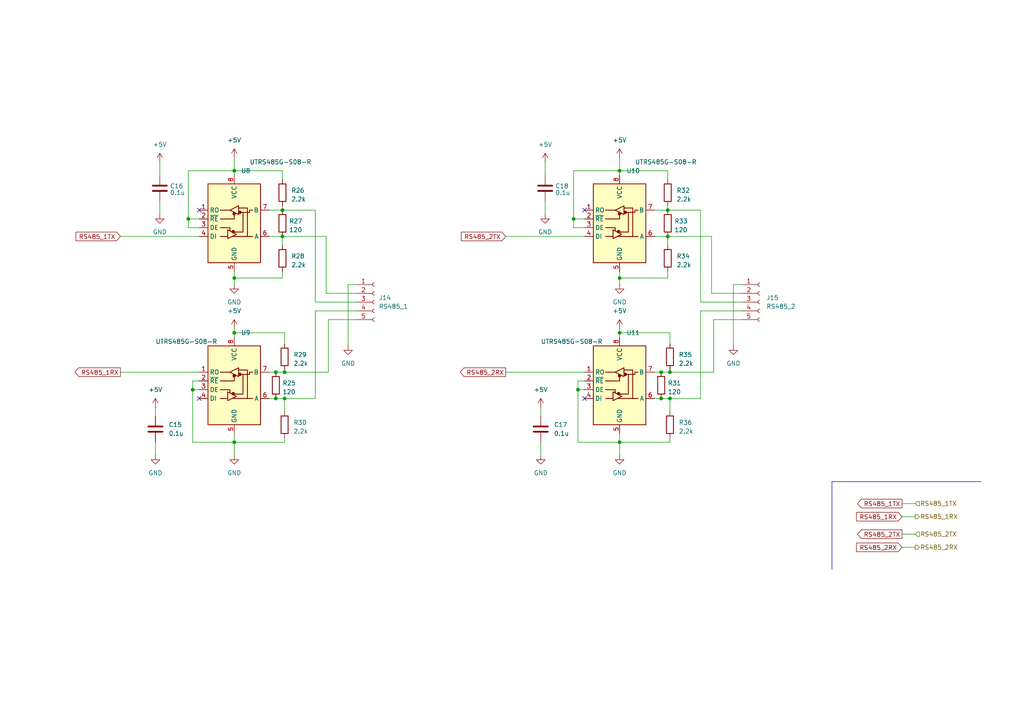
<source format=kicad_sch>
(kicad_sch (version 20250114) (generator "eeschema") (generator_version "9.0")
  (paper "A4")
  (lib_symbols
    (symbol "Connector:Conn_01x05_Socket" (pin_names (offset 1.016) (hide yes))
      (property "Reference" "J" (at 0 7.62 0))
      (property "Value" "Conn_01x05_Socket" (at 0 -7.62 0))
      (symbol "Conn_01x05_Socket_1_1"
        (polyline (pts (xy -1.27 5.08) (xy -0.508 5.08)) (stroke (width 0.1524)))
        (polyline (pts (xy -1.27 2.54) (xy -0.508 2.54)) (stroke (width 0.1524)))
        (polyline (pts (xy -1.27 0) (xy -0.508 0)) (stroke (width 0.1524)))
        (polyline (pts (xy -1.27 -2.54) (xy -0.508 -2.54)) (stroke (width 0.1524)))
        (polyline (pts (xy -1.27 -5.08) (xy -0.508 -5.08)) (stroke (width 0.1524)))
        (arc (start 0 4.572) (mid -0.5058 5.08) (end 0 5.588) (stroke (width 0.1524)))
        (arc (start 0 2.032) (mid -0.5058 2.54) (end 0 3.048) (stroke (width 0.1524)))
        (arc (start 0 -0.508) (mid -0.5058 0) (end 0 0.508) (stroke (width 0.1524)))
        (arc (start 0 -3.048) (mid -0.5058 -2.54) (end 0 -2.032) (stroke (width 0.1524)))
        (arc (start 0 -5.588) (mid -0.5058 -5.08) (end 0 -4.572) (stroke (width 0.1524)))
        (pin passive line (at -5.08 5.08 0) (length 3.81) (name "Pin_1") (number "1"))
        (pin passive line (at -5.08 2.54 0) (length 3.81) (name "Pin_2") (number "2"))
        (pin passive line (at -5.08 0 0) (length 3.81) (name "Pin_3") (number "3"))
        (pin passive line (at -5.08 -2.54 0) (length 3.81) (name "Pin_4") (number "4"))
        (pin passive line (at -5.08 -5.08 0) (length 3.81) (name "Pin_5") (number "5"))
      )
    )
    (symbol "Device:C" (pin_numbers (hide yes)) (pin_names (offset 0.254))
      (property "Reference" "C" (at 0.635 2.54 0))
      (property "Value" "C" (at 0.635 -2.54 0))
      (symbol "C_0_1"
        (polyline (pts (xy -2.032 0.762) (xy 2.032 0.762)) (stroke (width 0.508)))
        (polyline (pts (xy -2.032 -0.762) (xy 2.032 -0.762)) (stroke (width 0.508)))
      )
      (symbol "C_1_1"
        (pin passive line (at 0 3.81 270) (length 2.794) (name "~") (number "1"))
        (pin passive line (at 0 -3.81 90) (length 2.794) (name "~") (number "2"))
      )
    )
    (symbol "Device:R" (pin_numbers (hide yes)) (pin_names (offset 0))
      (property "Reference" "R" (at 2.032 0 90))
      (property "Value" "R" (at 0 0 90))
      (symbol "R_0_1"
        (rectangle (start -1.016 -2.54) (end 1.016 2.54) (stroke (width 0.254)))
      )
      (symbol "R_1_1"
        (pin passive line (at 0 3.81 270) (length 1.27) (name "~") (number "1"))
        (pin passive line (at 0 -3.81 90) (length 1.27) (name "~") (number "2"))
      )
    )
    (symbol "Interface_UART:MAX3485"
      (property "Reference" "U" (at -6.096 11.43 0))
      (property "Value" "MAX3485" (at 0.762 11.43 0))
      (symbol "MAX3485_0_1"
        (rectangle (start -7.62 10.16) (end 7.62 -12.7) (stroke (width 0.254)) (fill (type background)))
        (polyline (pts (xy -4.064 2.54) (xy -1.27 2.54)) (stroke (width 0.254)))
        (polyline (pts (xy -4.064 -2.54) (xy -1.27 -2.54) (xy -1.27 -3.175)) (stroke (width 0.254)))
        (polyline (pts (xy -4.064 -5.08) (xy -1.905 -5.08)) (stroke (width 0.254)))
        (polyline (pts (xy -1.905 -3.175) (xy -1.905 -5.715) (xy 0.635 -4.445) (xy -1.905 -3.175)) (stroke (width 0.254)))
        (polyline (pts (xy -1.27 2.54) (xy 1.27 3.81) (xy 1.27 1.27) (xy -1.27 2.54)) (stroke (width 0.254)))
        (polyline (pts (xy -1.27 -3.2004) (xy -1.27 -3.4544)) (stroke (width 0.254)))
        (polyline (pts (xy -0.635 -5.08) (xy 5.334 -5.08)) (stroke (width 0.254)))
        (circle (center -0.3048 -3.683) (radius 0.3556) (stroke (width 0.254)) (fill (type outline)))
        (circle (center -0.0254 1.4986) (radius 0.3556) (stroke (width 0.254)) (fill (type outline)))
        (polyline (pts (xy 0 1.27) (xy 0 0) (xy -4.064 0)) (stroke (width 0.254)))
        (polyline (pts (xy 1.27 3.175) (xy 3.81 3.175) (xy 3.81 -5.08)) (stroke (width 0.254)))
        (rectangle (start 1.27 3.175) (end 1.27 3.175))
        (circle (center 1.651 1.905) (radius 0.3556) (stroke (width 0.254)) (fill (type outline)))
        (polyline (pts (xy 1.905 1.905) (xy 4.445 1.905) (xy 4.445 2.54) (xy 5.334 2.54)) (stroke (width 0.254)))
        (polyline (pts (xy 2.54 1.905) (xy 2.54 -3.81) (xy 0 -3.81)) (stroke (width 0.254)))
      )
      (symbol "MAX3485_1_1"
        (pin output line (at -10.16 2.54 0) (length 2.54) (name "RO") (number "1"))
        (pin input line (at -10.16 0 0) (length 2.54) (name "~{RE}") (number "2"))
        (pin input line (at -10.16 -2.54 0) (length 2.54) (name "DE") (number "3"))
        (pin input line (at -10.16 -5.08 0) (length 2.54) (name "DI") (number "4"))
        (pin power_in line (at 0 12.7 270) (length 2.54) (name "VCC") (number "8"))
        (pin power_in line (at 0 -15.24 90) (length 2.54) (name "GND") (number "5"))
        (pin bidirectional line (at 10.16 2.54 180) (length 2.54) (name "B") (number "7"))
        (pin bidirectional line (at 10.16 -5.08 180) (length 2.54) (name "A") (number "6"))
      )
    )
    (symbol "power:+5V" (power) (pin_numbers (hide yes)) (pin_names (offset 0) (hide yes))
      (property "Value" "+5V" (at 0 3.556 0))
      (symbol "+5V_0_1"
        (polyline (pts (xy -0.762 1.27) (xy 0 2.54)))
        (polyline (pts (xy 0 2.54) (xy 0.762 1.27)))
        (polyline (pts (xy 0 0) (xy 0 2.54)))
      )
      (symbol "+5V_1_1"
        (pin power_in line (at 0 0 90) (length 0) (name "~") (number "1"))
      )
    )
    (symbol "power:GND" (power) (pin_numbers (hide yes)) (pin_names (offset 0) (hide yes))
      (property "Value" "GND" (at 0 -3.81 0))
      (symbol "GND_0_1"
        (polyline (pts (xy 0 0) (xy 0 -1.27) (xy 1.27 -1.27) (xy 0 -2.54) (xy -1.27 -1.27) (xy 0 -1.27)))
      )
      (symbol "GND_1_1"
        (pin power_in line (at 0 0 270) (length 0) (name "~") (number "1"))
      )
    )
  )
  (junction (at 81.915 60.96))
  (junction (at 179.705 49.53))
  (junction (at 55.88 113.03))
  (junction (at 191.77 107.95))
  (junction (at 167.64 113.03))
  (junction (at 191.77 115.57))
  (junction (at 80.01 107.95))
  (junction (at 193.675 68.58))
  (junction (at 193.675 60.96))
  (junction (at 82.55 107.95))
  (junction (at 80.01 115.57))
  (junction (at 179.705 128.27))
  (junction (at 179.705 96.52))
  (junction (at 179.705 80.645))
  (junction (at 67.945 128.27))
  (junction (at 67.945 80.645))
  (junction (at 67.945 49.53))
  (junction (at 54.61 63.5))
  (junction (at 81.915 68.58))
  (junction (at 194.31 107.95))
  (junction (at 166.37 63.5))
  (junction (at 82.55 115.57))
  (junction (at 67.945 96.52))
  (junction (at 194.31 115.57))
  (no_connect (at 169.545 115.57))
  (no_connect (at 57.785 115.57))
  (no_connect (at 57.785 60.96))
  (no_connect (at 169.545 60.96))
  (wire (pts (xy 78.105 115.57) (xy 80.01 115.57)))
  (wire (pts (xy 67.945 128.27) (xy 82.55 128.27)))
  (wire (pts (xy 193.675 78.74) (xy 193.675 80.645)))
  (wire (pts (xy 78.105 68.58) (xy 81.915 68.58)))
  (wire (pts (xy 179.705 45.72) (xy 179.705 49.53)))
  (wire (pts (xy 46.355 46.99) (xy 46.355 50.8)))
  (wire (pts (xy 206.375 85.09) (xy 215.265 85.09)))
  (wire (pts (xy 67.945 125.73) (xy 67.945 128.27)))
  (wire (pts (xy 191.77 107.95) (xy 194.31 107.95)))
  (wire (pts (xy 166.37 63.5) (xy 169.545 63.5)))
  (wire (pts (xy 95.25 92.71) (xy 103.505 92.71)))
  (wire (pts (xy 54.61 66.04) (xy 57.785 66.04)))
  (wire (pts (xy 189.865 68.58) (xy 193.675 68.58)))
  (wire (pts (xy 261.62 158.75) (xy 265.43 158.75)))
  (wire (pts (xy 166.37 66.04) (xy 169.545 66.04)))
  (wire (pts (xy 94.615 85.09) (xy 103.505 85.09)))
  (wire (pts (xy 261.62 146.05) (xy 265.43 146.05)))
  (wire (pts (xy 54.61 63.5) (xy 57.785 63.5)))
  (wire (pts (xy 91.44 87.63) (xy 103.505 87.63)))
  (wire (pts (xy 82.55 115.57) (xy 82.55 119.38)))
  (wire (pts (xy 94.615 68.58) (xy 94.615 85.09)))
  (polyline (pts (xy 284.48 139.7) (xy 241.3 139.7)))
  (wire (pts (xy 100.965 100.33) (xy 100.965 82.55)))
  (wire (pts (xy 169.545 113.03) (xy 167.64 113.03)))
  (wire (pts (xy 57.785 110.49) (xy 55.88 110.49)))
  (wire (pts (xy 82.55 107.315) (xy 82.55 107.95)))
  (wire (pts (xy 67.945 80.645) (xy 81.915 80.645)))
  (wire (pts (xy 78.105 60.96) (xy 81.915 60.96)))
  (wire (pts (xy 45.085 118.11) (xy 45.085 120.65)))
  (wire (pts (xy 67.945 45.72) (xy 67.945 49.53)))
  (wire (pts (xy 189.865 60.96) (xy 193.675 60.96)))
  (wire (pts (xy 206.375 68.58) (xy 206.375 85.09)))
  (wire (pts (xy 67.945 96.52) (xy 67.945 97.79)))
  (wire (pts (xy 179.705 49.53) (xy 179.705 50.8)))
  (wire (pts (xy 179.705 49.53) (xy 193.675 49.53)))
  (wire (pts (xy 193.675 68.58) (xy 206.375 68.58)))
  (wire (pts (xy 67.945 82.55) (xy 67.945 80.645)))
  (wire (pts (xy 81.915 68.58) (xy 94.615 68.58)))
  (wire (pts (xy 34.925 68.58) (xy 57.785 68.58)))
  (wire (pts (xy 212.725 82.55) (xy 215.265 82.55)))
  (wire (pts (xy 54.61 63.5) (xy 54.61 66.04)))
  (wire (pts (xy 179.705 128.27) (xy 194.31 128.27)))
  (wire (pts (xy 67.945 78.74) (xy 67.945 80.645)))
  (wire (pts (xy 82.55 115.57) (xy 91.44 115.57)))
  (wire (pts (xy 80.01 107.95) (xy 82.55 107.95)))
  (wire (pts (xy 194.31 96.52) (xy 194.31 99.695)))
  (wire (pts (xy 78.105 107.95) (xy 80.01 107.95)))
  (wire (pts (xy 156.845 128.27) (xy 156.845 132.08)))
  (wire (pts (xy 54.61 49.53) (xy 67.945 49.53)))
  (wire (pts (xy 95.25 92.71) (xy 95.25 107.95)))
  (wire (pts (xy 146.685 68.58) (xy 169.545 68.58)))
  (wire (pts (xy 179.705 95.25) (xy 179.705 96.52)))
  (wire (pts (xy 54.61 49.53) (xy 54.61 63.5)))
  (wire (pts (xy 82.55 107.95) (xy 95.25 107.95)))
  (polyline (pts (xy 241.3 139.7) (xy 241.3 165.1)))
  (wire (pts (xy 189.865 115.57) (xy 191.77 115.57)))
  (wire (pts (xy 167.64 113.03) (xy 167.64 128.27)))
  (wire (pts (xy 207.01 92.71) (xy 215.265 92.71)))
  (wire (pts (xy 81.915 60.96) (xy 91.44 60.96)))
  (wire (pts (xy 166.37 49.53) (xy 179.705 49.53)))
  (wire (pts (xy 169.545 110.49) (xy 167.64 110.49)))
  (wire (pts (xy 179.705 125.73) (xy 179.705 128.27)))
  (wire (pts (xy 179.705 96.52) (xy 194.31 96.52)))
  (wire (pts (xy 179.705 80.645) (xy 193.675 80.645)))
  (wire (pts (xy 167.64 128.27) (xy 179.705 128.27)))
  (wire (pts (xy 194.31 127) (xy 194.31 128.27)))
  (wire (pts (xy 67.945 95.25) (xy 67.945 96.52)))
  (wire (pts (xy 193.675 59.69) (xy 193.675 60.96)))
  (wire (pts (xy 191.77 115.57) (xy 194.31 115.57)))
  (wire (pts (xy 156.845 118.11) (xy 156.845 120.65)))
  (wire (pts (xy 67.945 132.08) (xy 67.945 128.27)))
  (wire (pts (xy 91.44 90.17) (xy 103.505 90.17)))
  (wire (pts (xy 189.865 107.95) (xy 191.77 107.95)))
  (wire (pts (xy 261.62 149.86) (xy 265.43 149.86)))
  (wire (pts (xy 91.44 60.96) (xy 91.44 87.63)))
  (wire (pts (xy 203.2 87.63) (xy 215.265 87.63)))
  (wire (pts (xy 45.085 128.27) (xy 45.085 132.08)))
  (wire (pts (xy 193.675 49.53) (xy 193.675 52.07)))
  (wire (pts (xy 81.915 78.74) (xy 81.915 80.645)))
  (wire (pts (xy 55.88 128.27) (xy 67.945 128.27)))
  (wire (pts (xy 67.945 49.53) (xy 81.915 49.53)))
  (wire (pts (xy 80.01 115.57) (xy 82.55 115.57)))
  (wire (pts (xy 81.915 68.58) (xy 81.915 71.12)))
  (wire (pts (xy 194.31 107.315) (xy 194.31 107.95)))
  (wire (pts (xy 207.01 92.71) (xy 207.01 107.95)))
  (wire (pts (xy 203.2 90.17) (xy 215.265 90.17)))
  (wire (pts (xy 81.915 59.69) (xy 81.915 60.96)))
  (wire (pts (xy 67.945 49.53) (xy 67.945 50.8)))
  (wire (pts (xy 212.725 100.33) (xy 212.725 82.55)))
  (wire (pts (xy 193.675 60.96) (xy 203.2 60.96)))
  (wire (pts (xy 194.31 115.57) (xy 194.31 119.38)))
  (wire (pts (xy 100.965 82.55) (xy 103.505 82.55)))
  (wire (pts (xy 167.64 110.49) (xy 167.64 113.03)))
  (wire (pts (xy 261.62 154.94) (xy 265.43 154.94)))
  (wire (pts (xy 82.55 96.52) (xy 82.55 99.695)))
  (wire (pts (xy 57.785 113.03) (xy 55.88 113.03)))
  (wire (pts (xy 46.355 58.42) (xy 46.355 62.23)))
  (wire (pts (xy 146.685 107.95) (xy 169.545 107.95)))
  (wire (pts (xy 55.88 110.49) (xy 55.88 113.03)))
  (wire (pts (xy 179.705 96.52) (xy 179.705 97.79)))
  (wire (pts (xy 82.55 127) (xy 82.55 128.27)))
  (wire (pts (xy 166.37 63.5) (xy 166.37 66.04)))
  (wire (pts (xy 203.2 115.57) (xy 203.2 90.17)))
  (wire (pts (xy 166.37 49.53) (xy 166.37 63.5)))
  (wire (pts (xy 179.705 132.08) (xy 179.705 128.27)))
  (wire (pts (xy 193.675 68.58) (xy 193.675 71.12)))
  (wire (pts (xy 158.115 46.99) (xy 158.115 50.8)))
  (wire (pts (xy 179.705 82.55) (xy 179.705 80.645)))
  (wire (pts (xy 194.31 115.57) (xy 203.2 115.57)))
  (wire (pts (xy 91.44 115.57) (xy 91.44 90.17)))
  (wire (pts (xy 55.88 113.03) (xy 55.88 128.27)))
  (wire (pts (xy 179.705 78.74) (xy 179.705 80.645)))
  (wire (pts (xy 67.945 96.52) (xy 82.55 96.52)))
  (wire (pts (xy 203.2 60.96) (xy 203.2 87.63)))
  (wire (pts (xy 158.115 58.42) (xy 158.115 62.23)))
  (wire (pts (xy 34.925 107.95) (xy 57.785 107.95)))
  (wire (pts (xy 194.31 107.95) (xy 207.01 107.95)))
  (wire (pts (xy 81.915 49.53) (xy 81.915 52.07)))
  (global_label "RS485_2RX" (shape input) (at 261.62 158.75 180) (property "Intersheetrefs" "${INTERSHEET_REFS}" (effects (hide yes))))
  (global_label "RS485_1RX" (shape output) (at 34.925 107.95 180) (property "Intersheetrefs" "${INTERSHEET_REFS}" (effects (hide yes))))
  (global_label "RS485_2TX" (shape input) (at 146.685 68.58 180) (property "Intersheetrefs" "${INTERSHEET_REFS}" (effects (hide yes))))
  (global_label "RS485_1TX" (shape input) (at 34.925 68.58 180) (property "Intersheetrefs" "${INTERSHEET_REFS}" (effects (hide yes))))
  (global_label "RS485_2RX" (shape output) (at 146.685 107.95 180) (property "Intersheetrefs" "${INTERSHEET_REFS}" (effects (hide yes))))
  (global_label "RS485_2TX" (shape output) (at 261.62 154.94 180) (property "Intersheetrefs" "${INTERSHEET_REFS}" (effects (hide yes))))
  (global_label "RS485_1RX" (shape input) (at 261.62 149.86 180) (property "Intersheetrefs" "${INTERSHEET_REFS}" (effects (hide yes))))
  (global_label "RS485_1TX" (shape output) (at 261.62 146.05 180) (property "Intersheetrefs" "${INTERSHEET_REFS}" (effects (hide yes))))
  (hierarchical_label "RS485_2RX" (shape output) (at 265.43 158.75 0))
  (hierarchical_label "RS485_1TX" (shape input) (at 265.43 146.05 0))
  (hierarchical_label "RS485_2TX" (shape input) (at 265.43 154.94 0))
  (hierarchical_label "RS485_1RX" (shape output) (at 265.43 149.86 0))
  (symbol (lib_id "Device:C") (at 158.115 54.61 0) (unit 1)
    (property "Reference" "C18" (at 161.036 53.9663 0) (effects (justify left)))
    (property "Value" "0.1u" (at 161.036 55.8873 0) (effects (justify left)))
    (property "Footprint" "Capacitor_SMD:C_0603_1608Metric_Pad1.08x0.95mm_HandSolder" (effects (hide yes)))
  )
  (symbol (lib_id "power:GND") (at 67.945 82.55 0) (unit 1)
    (property "Reference" "#PWR073" (effects (hide yes)))
    (property "Value" "GND" (at 67.945 87.63 0))
    (property "Description" "Power symbol creates a global label with name \"GND\" , ground" (effects (hide yes)))
  )
  (symbol (lib_id "power:+5V") (at 179.705 45.72 0) (unit 1)
    (property "Reference" "#PWR081" (effects (hide yes)))
    (property "Value" "+5V" (at 179.705 40.64 0))
    (property "Description" "Power symbol creates a global label with name \"+5V\"" (effects (hide yes)))
  )
  (symbol (lib_id "Device:R") (at 81.915 55.88 180) (unit 1)
    (property "Reference" "R26" (at 84.455 55.245 0) (effects (justify right)))
    (property "Value" "2.2k" (at 84.455 57.785 0) (effects (justify right)))
    (property "Footprint" "Resistor_SMD:R_0603_1608Metric_Pad0.98x0.95mm_HandSolder" (effects (hide yes)))
  )
  (symbol (lib_id "Device:R") (at 80.01 111.76 180) (unit 1)
    (property "Reference" "R25" (at 81.915 111.125 0) (effects (justify right)))
    (property "Value" "120" (at 81.915 113.665 0) (effects (justify right)))
    (property "Footprint" "Resistor_SMD:R_0603_1608Metric_Pad0.98x0.95mm_HandSolder" (effects (hide yes)))
  )
  (symbol (lib_id "power:GND") (at 46.355 62.23 0) (unit 1)
    (property "Reference" "#PWR071" (effects (hide yes)))
    (property "Value" "GND" (at 46.355 67.31 0))
    (property "Description" "Power symbol creates a global label with name \"GND\" , ground" (effects (hide yes)))
  )
  (symbol (lib_id "Connector:Conn_01x05_Socket") (at 220.345 87.63 0) (unit 1)
    (property "Reference" "J15" (at 222.25 86.3599 0) (effects (justify left)))
    (property "Value" "RS485_2" (at 222.25 88.8999 0) (effects (justify left)))
    (property "Footprint" "Connector_JST:JST_XH_B5B-XH-A_1x05_P2.50mm_Vertical" (effects (hide yes)))
    (property "Description" "Generic connector, single row, 01x05, script generated" (effects (hide yes)))
  )
  (symbol (lib_id "power:+5V") (at 156.845 118.11 0) (unit 1)
    (property "Reference" "#PWR077" (effects (hide yes)))
    (property "Value" "+5V" (at 156.845 113.03 0))
    (property "Description" "Power symbol creates a global label with name \"+5V\"" (effects (hide yes)))
  )
  (symbol (lib_id "Device:R") (at 193.675 55.88 180) (unit 1)
    (property "Reference" "R32" (at 196.215 55.245 0) (effects (justify right)))
    (property "Value" "2.2k" (at 196.215 57.785 0) (effects (justify right)))
    (property "Footprint" "Resistor_SMD:R_0603_1608Metric_Pad0.98x0.95mm_HandSolder" (effects (hide yes)))
  )
  (symbol (lib_id "Interface_UART:MAX3485") (at 179.705 63.5 0) (unit 1)
    (property "Reference" "U10" (at 181.6609 49.53 0) (effects (justify left)))
    (property "Value" "UTRS485G-S08-R" (at 184.15 46.99 0) (effects (justify left)))
    (property "Footprint" "Package_SO:SOP-8_3.76x4.96mm_P1.27mm" (effects (hide yes)))
    (property "Datasheet" "https://datasheets.maximintegrated.com/en/ds/MAX3483-MAX3491.pdf" (effects (hide yes)))
  )
  (symbol (lib_id "power:+5V") (at 67.945 45.72 0) (unit 1)
    (property "Reference" "#PWR072" (effects (hide yes)))
    (property "Value" "+5V" (at 67.945 40.64 0))
    (property "Description" "Power symbol creates a global label with name \"+5V\"" (effects (hide yes)))
  )
  (symbol (lib_id "power:GND") (at 212.725 100.33 0) (unit 1)
    (property "Reference" "#PWR085" (effects (hide yes)))
    (property "Value" "GND" (at 212.725 105.41 0))
    (property "Description" "Power symbol creates a global label with name \"GND\" , ground" (effects (hide yes)))
  )
  (symbol (lib_id "power:GND") (at 156.845 132.08 0) (unit 1)
    (property "Reference" "#PWR078" (effects (hide yes)))
    (property "Value" "GND" (at 156.845 137.16 0))
    (property "Description" "Power symbol creates a global label with name \"GND\" , ground" (effects (hide yes)))
  )
  (symbol (lib_id "power:GND") (at 100.965 100.33 0) (unit 1)
    (property "Reference" "#PWR076" (effects (hide yes)))
    (property "Value" "GND" (at 100.965 105.41 0))
    (property "Description" "Power symbol creates a global label with name \"GND\" , ground" (effects (hide yes)))
  )
  (symbol (lib_id "power:GND") (at 158.115 62.23 0) (unit 1)
    (property "Reference" "#PWR080" (effects (hide yes)))
    (property "Value" "GND" (at 158.115 67.31 0))
    (property "Description" "Power symbol creates a global label with name \"GND\" , ground" (effects (hide yes)))
  )
  (symbol (lib_id "Device:C") (at 46.355 54.61 0) (unit 1)
    (property "Reference" "C16" (at 49.276 53.9663 0) (effects (justify left)))
    (property "Value" "0.1u" (at 49.276 55.8873 0) (effects (justify left)))
    (property "Footprint" "Capacitor_SMD:C_0603_1608Metric_Pad1.08x0.95mm_HandSolder" (effects (hide yes)))
  )
  (symbol (lib_id "power:+5V") (at 45.085 118.11 0) (unit 1)
    (property "Reference" "#PWR068" (effects (hide yes)))
    (property "Value" "+5V" (at 45.085 113.03 0))
    (property "Description" "Power symbol creates a global label with name \"+5V\"" (effects (hide yes)))
  )
  (symbol (lib_id "Device:R") (at 81.915 64.77 180) (unit 1)
    (property "Reference" "R27" (at 83.82 64.135 0) (effects (justify right)))
    (property "Value" "120" (at 83.82 66.675 0) (effects (justify right)))
    (property "Footprint" "Resistor_SMD:R_0603_1608Metric_Pad0.98x0.95mm_HandSolder" (effects (hide yes)))
  )
  (symbol (lib_id "power:+5V") (at 158.115 46.99 0) (unit 1)
    (property "Reference" "#PWR079" (effects (hide yes)))
    (property "Value" "+5V" (at 158.115 41.91 0))
    (property "Description" "Power symbol creates a global label with name \"+5V\"" (effects (hide yes)))
  )
  (symbol (lib_id "Device:R") (at 193.675 64.77 180) (unit 1)
    (property "Reference" "R33" (at 195.58 64.135 0) (effects (justify right)))
    (property "Value" "120" (at 195.58 66.675 0) (effects (justify right)))
    (property "Footprint" "Resistor_SMD:R_0603_1608Metric_Pad0.98x0.95mm_HandSolder" (effects (hide yes)))
  )
  (symbol (lib_id "Device:R") (at 81.915 74.93 180) (unit 1)
    (property "Reference" "R28" (at 84.455 74.295 0) (effects (justify right)))
    (property "Value" "2.2k" (at 84.455 76.835 0) (effects (justify right)))
    (property "Footprint" "Resistor_SMD:R_0603_1608Metric_Pad0.98x0.95mm_HandSolder" (effects (hide yes)))
  )
  (symbol (lib_id "power:+5V") (at 67.945 95.25 0) (unit 1)
    (property "Reference" "#PWR074" (effects (hide yes)))
    (property "Value" "+5V" (at 67.945 90.17 0))
    (property "Description" "Power symbol creates a global label with name \"+5V\"" (effects (hide yes)))
  )
  (symbol (lib_id "Interface_UART:MAX3485") (at 67.945 63.5 0) (unit 1)
    (property "Reference" "U8" (at 69.9009 49.53 0) (effects (justify left)))
    (property "Value" "UTRS485G-S08-R" (at 72.39 46.99 0) (effects (justify left)))
    (property "Footprint" "Package_SO:SOP-8_3.76x4.96mm_P1.27mm" (effects (hide yes)))
    (property "Datasheet" "https://datasheets.maximintegrated.com/en/ds/MAX3483-MAX3491.pdf" (effects (hide yes)))
  )
  (symbol (lib_id "power:GND") (at 45.085 132.08 0) (unit 1)
    (property "Reference" "#PWR069" (effects (hide yes)))
    (property "Value" "GND" (at 45.085 137.16 0))
    (property "Description" "Power symbol creates a global label with name \"GND\" , ground" (effects (hide yes)))
  )
  (symbol (lib_id "power:+5V") (at 46.355 46.99 0) (unit 1)
    (property "Reference" "#PWR070" (effects (hide yes)))
    (property "Value" "+5V" (at 46.355 41.91 0))
    (property "Description" "Power symbol creates a global label with name \"+5V\"" (effects (hide yes)))
  )
  (symbol (lib_id "Device:C") (at 156.845 124.46 0) (unit 1)
    (property "Reference" "C17" (at 160.655 123.19 0) (effects (justify left)))
    (property "Value" "0.1u" (at 160.655 125.73 0) (effects (justify left)))
    (property "Footprint" "Capacitor_SMD:C_0603_1608Metric_Pad1.08x0.95mm_HandSolder" (effects (hide yes)))
  )
  (symbol (lib_id "power:GND") (at 179.705 82.55 0) (unit 1)
    (property "Reference" "#PWR082" (effects (hide yes)))
    (property "Value" "GND" (at 179.705 87.63 0))
    (property "Description" "Power symbol creates a global label with name \"GND\" , ground" (effects (hide yes)))
  )
  (symbol (lib_id "Device:R") (at 191.77 111.76 180) (unit 1)
    (property "Reference" "R31" (at 193.675 111.125 0) (effects (justify right)))
    (property "Value" "120" (at 193.675 113.665 0) (effects (justify right)))
    (property "Footprint" "Resistor_SMD:R_0603_1608Metric_Pad0.98x0.95mm_HandSolder" (effects (hide yes)))
  )
  (symbol (lib_id "Device:R") (at 194.31 123.19 180) (unit 1)
    (property "Reference" "R36" (at 196.85 122.555 0) (effects (justify right)))
    (property "Value" "2.2k" (at 196.85 125.095 0) (effects (justify right)))
    (property "Footprint" "Resistor_SMD:R_0603_1608Metric_Pad0.98x0.95mm_HandSolder" (effects (hide yes)))
  )
  (symbol (lib_id "Device:R") (at 82.55 103.505 180) (unit 1)
    (property "Reference" "R29" (at 85.09 102.87 0) (effects (justify right)))
    (property "Value" "2.2k" (at 85.09 105.41 0) (effects (justify right)))
    (property "Footprint" "Resistor_SMD:R_0603_1608Metric_Pad0.98x0.95mm_HandSolder" (effects (hide yes)))
  )
  (symbol (lib_id "Interface_UART:MAX3485") (at 179.705 110.49 0) (unit 1)
    (property "Reference" "U11" (at 181.6609 96.52 0) (effects (justify left)))
    (property "Value" "UTRS485G-S08-R" (at 156.845 99.06 0) (effects (justify left)))
    (property "Footprint" "Package_SO:SOP-8_3.76x4.96mm_P1.27mm" (effects (hide yes)))
    (property "Datasheet" "https://datasheets.maximintegrated.com/en/ds/MAX3483-MAX3491.pdf" (effects (hide yes)))
  )
  (symbol (lib_id "Device:R") (at 193.675 74.93 180) (unit 1)
    (property "Reference" "R34" (at 196.215 74.295 0) (effects (justify right)))
    (property "Value" "2.2k" (at 196.215 76.835 0) (effects (justify right)))
    (property "Footprint" "Resistor_SMD:R_0603_1608Metric_Pad0.98x0.95mm_HandSolder" (effects (hide yes)))
  )
  (symbol (lib_id "power:+5V") (at 179.705 95.25 0) (unit 1)
    (property "Reference" "#PWR083" (effects (hide yes)))
    (property "Value" "+5V" (at 179.705 90.17 0))
    (property "Description" "Power symbol creates a global label with name \"+5V\"" (effects (hide yes)))
  )
  (symbol (lib_id "Connector:Conn_01x05_Socket") (at 108.585 87.63 0) (unit 1)
    (property "Reference" "J14" (at 109.855 86.3599 0) (effects (justify left)))
    (property "Value" "RS485_1" (at 109.855 88.8999 0) (effects (justify left)))
    (property "Footprint" "Connector_JST:JST_XH_B5B-XH-A_1x05_P2.50mm_Vertical" (effects (hide yes)))
    (property "Description" "Generic connector, single row, 01x05, script generated" (effects (hide yes)))
  )
  (symbol (lib_id "Device:C") (at 45.085 124.46 0) (unit 1)
    (property "Reference" "C15" (at 48.895 123.19 0) (effects (justify left)))
    (property "Value" "0.1u" (at 48.895 125.73 0) (effects (justify left)))
    (property "Footprint" "Capacitor_SMD:C_0603_1608Metric_Pad1.08x0.95mm_HandSolder" (effects (hide yes)))
  )
  (symbol (lib_id "Device:R") (at 194.31 103.505 180) (unit 1)
    (property "Reference" "R35" (at 196.85 102.87 0) (effects (justify right)))
    (property "Value" "2.2k" (at 196.85 105.41 0) (effects (justify right)))
    (property "Footprint" "Resistor_SMD:R_0603_1608Metric_Pad0.98x0.95mm_HandSolder" (effects (hide yes)))
  )
  (symbol (lib_id "Interface_UART:MAX3485") (at 67.945 110.49 0) (unit 1)
    (property "Reference" "U9" (at 69.9009 96.52 0) (effects (justify left)))
    (property "Value" "UTRS485G-S08-R" (at 45.085 99.06 0) (effects (justify left)))
    (property "Footprint" "Package_SO:SOP-8_3.76x4.96mm_P1.27mm" (effects (hide yes)))
    (property "Datasheet" "https://datasheets.maximintegrated.com/en/ds/MAX3483-MAX3491.pdf" (effects (hide yes)))
  )
  (symbol (lib_id "power:GND") (at 179.705 132.08 0) (unit 1)
    (property "Reference" "#PWR084" (effects (hide yes)))
    (property "Value" "GND" (at 179.705 137.16 0))
    (property "Description" "Power symbol creates a global label with name \"GND\" , ground" (effects (hide yes)))
  )
  (symbol (lib_id "power:GND") (at 67.945 132.08 0) (unit 1)
    (property "Reference" "#PWR075" (effects (hide yes)))
    (property "Value" "GND" (at 67.945 137.16 0))
    (property "Description" "Power symbol creates a global label with name \"GND\" , ground" (effects (hide yes)))
  )
  (symbol (lib_id "Device:R") (at 82.55 123.19 180) (unit 1)
    (property "Reference" "R30" (at 85.09 122.555 0) (effects (justify right)))
    (property "Value" "2.2k" (at 85.09 125.095 0) (effects (justify right)))
    (property "Footprint" "Resistor_SMD:R_0603_1608Metric_Pad0.98x0.95mm_HandSolder" (effects (hide yes)))
  )
)
</source>
